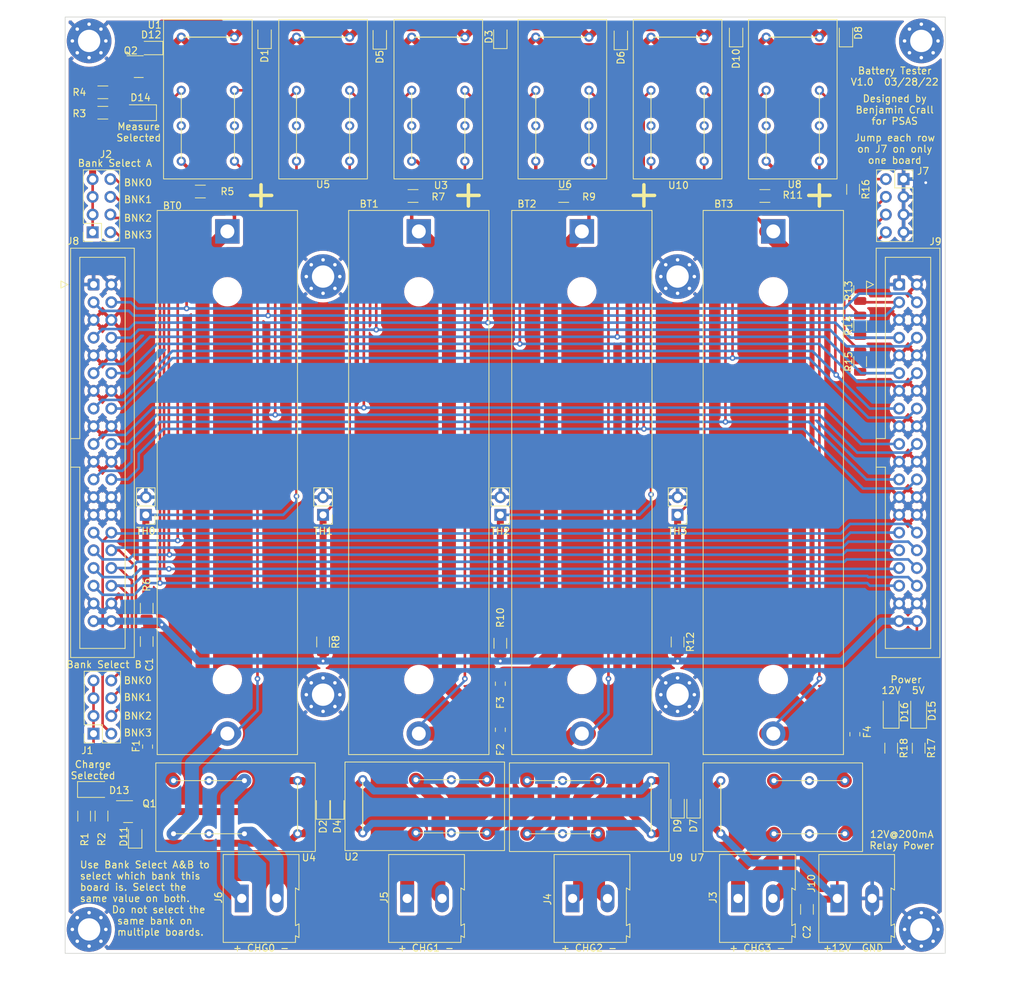
<source format=kicad_pcb>
(kicad_pcb (version 20211014) (generator pcbnew)
  (title_block (title "Battery Test Board") (rev "1.0") (company "Portaland State Aerospace Society") (comment 1 "For testing batteries for satelites"))
  (layers (0 "F.Cu" signal) (31 "B.Cu" signal) (34 "B.Paste" user) (35 "F.Paste" user) (36 "B.SilkS" user "B.Silkscreen") (37 "F.SilkS" user "F.Silkscreen") (38 "B.Mask" user) (39 "F.Mask" user) (44 "Edge.Cuts" user))
  (net 0 "")
  (net 1 "Net-(BT0-Pad1)")
  (net 2 "Net-(BT0-Pad2)")
  (net 3 "Net-(BT1-Pad1)")
  (net 4 "Net-(BT1-Pad2)")
  (net 5 "Net-(BT2-Pad1)")
  (net 6 "Net-(BT2-Pad2)")
  (net 7 "Net-(BT3-Pad1)")
  (net 8 "Net-(BT3-Pad2)")
  (net 9 "+5V")
  (net 10 "GND")
  (net 11 "Net-(D13-Pad1)")
  (net 12 "Net-(D13-Pad2)")
  (net 13 "Net-(F1-Pad2)")
  (net 14 "Net-(F2-Pad2)")
  (net 15 "Net-(F3-Pad2)")
  (net 16 "Net-(F4-Pad2)")
  (net 17 "bank_0c")
  (net 18 "bank_1c")
  (net 19 "bank_2c")
  (net 20 "bank_3c")
  (net 21 "bank_0m")
  (net 22 "bank_1m")
  (net 23 "bank_2m")
  (net 24 "bank_3m")
  (net 25 "charge_3+")
  (net 26 "charge_3-")
  (net 27 "charge_2+")
  (net 28 "charge_2-")
  (net 29 "charge_1+")
  (net 30 "charge_1-")
  (net 31 "charge_0+")
  (net 32 "charge_0-")
  (net 33 "batt_0+")
  (net 34 "batt_1+")
  (net 35 "batt_2+")
  (net 36 "batt_3+")
  (net 37 "batt_0t")
  (net 38 "batt_2t")
  (net 39 "batt_3t")
  (net 40 "batt_1t")
  (net 41 "batt_3-")
  (net 42 "batt_2-")
  (net 43 "batt_1-")
  (net 44 "batt_0-")
  (net 45 "relay_c")
  (net 46 "relay_v")
  (net 47 "Net-(R5-Pad2)")
  (net 48 "Net-(R7-Pad2)")
  (net 49 "Net-(R9-Pad2)")
  (net 50 "Net-(R11-Pad2)")
  (net 51 "Net-(R8-Pad1)")
  (net 52 "Net-(R3-Pad2)")
  (net 53 "Net-(J2-Pad1)")
  (net 54 "Net-(R6-Pad2)")
  (net 55 "Net-(R10-Pad2)")
  (net 56 "Net-(R12-Pad1)")
  (net 57 "+12V")
  (net 78 "Net-(J7-Pad4)")
  (net 79 "Net-(J7-Pad6)")
  (net 80 "Net-(J7-Pad8)")
  (net 81 "Net-(J7-Pad2)")
  (net 82 "Net-(D15-Pad1)")
  (net 83 "Net-(D16-Pad1)")
  (footprint "Resistor_SMD:R_1206_3216Metric" (layer "F.Cu") (at 30.5308 140.3497 90)
    (fp_text reference "R1")
    (fp_text value "4k7")
  )
  (footprint "relay:relay-dpdt-.3in" (layer "F.Cu") (at 65.373 137.668 90)
    (fp_text reference "U4")
    (fp_text value "relay")
  )
  (footprint "Resistor_SMD:R_1206_3216Metric" (layer "F.Cu") (at 141.732 65.024 90)
    (fp_text reference "R13")
    (fp_text value "1M")
  )
  (footprint "MountingHole:MountingHole_3.2mm_M3_Pad_Via" (layer "F.Cu") (at 150.495 29.21)
    (fp_text reference "H2" hide)
    (fp_text value "MountingHole_3.2mm_M3_Pad_Via")
  )
  (footprint "Package_TO_SOT_SMD:SOT-23" (layer "F.Cu") (at 36.83 139.7)
    (fp_text reference "Q1")
    (fp_text value "mosfet")
  )
  (footprint "TerminalBlock:TerminalBlock_Altech_AK300-2_P5.00mm" (layer "F.Cu") (at 100.528332 152.146)
    (fp_text reference "J4")
    (fp_text value "Screw_Terminal_01x02")
  )
  (footprint "Fuse:Fuse_0805_2012Metric" (layer "F.Cu") (at 140.97 128.6025 -90)
    (fp_text reference "F4")
    (fp_text value "Polyfuse 2A")
  )
  (footprint "LED_SMD:LED_1206_3216Metric" (layer "F.Cu") (at 38.605 39.497 180)
    (fp_text reference "D14")
    (fp_text value "Amber")
  )
  (footprint "Connector_PinHeader_2.54mm:PinHeader_1x02_P2.54mm_Vertical" (layer "F.Cu") (at 39.37 97.155 180)
    (fp_text reference "TH0")
    (fp_text value "Thermistor")
  )
  (footprint "relay:relay-dpdt-.3in" (layer "F.Cu") (at 116.872 140.335 -90)
    (fp_text reference "U7")
    (fp_text value "relay")
  )
  (footprint "Battery:BatteryHolder_MPD_BH-18650-PC2" (layer "F.Cu") (at 78.486 56.515 -90)
    (fp_text reference "BT1")
    (fp_text value "battery")
  )
  (footprint "Connector_IDC:IDC-Header_2x20_P2.54mm_Vertical" (layer "F.Cu") (at 31.8865 64.135)
    (fp_text reference "J8")
    (fp_text value "connector")
  )
  (footprint "relay:relay-dpdt-.3in" (layer "F.Cu") (at 116.681 137.795 90)
    (fp_text reference "U9")
    (fp_text value "relay")
  )
  (footprint "MountingHole:MountingHole_3.2mm_M3_Pad_Via" (layer "F.Cu") (at 31.242 156.591)
    (fp_text reference "H7" hide)
    (fp_text value "MountingHole_3.2mm_M3_Pad_Via")
  )
  (footprint "Resistor_SMD:R_1206_3216Metric" (layer "F.Cu") (at 33.2085 39.497)
    (fp_text reference "R3")
    (fp_text value "4k7")
  )
  (footprint "Resistor_SMD:R_1206_3216Metric" (layer "F.Cu") (at 141.732 70.0425 90)
    (fp_text reference "R14")
    (fp_text value "1M")
  )
  (footprint "Resistor_SMD:R_1206_3216Metric" (layer "F.Cu") (at 90.17 115.57 90)
    (fp_text reference "R10")
    (fp_text value "R")
  )
  (footprint "Diode_SMD:D_0805_2012Metric" (layer "F.Cu") (at 72.898 28.702 90)
    (fp_text reference "D5")
    (fp_text value "diode")
  )
  (footprint "Resistor_SMD:R_1206_3216Metric" (layer "F.Cu") (at 33.02 140.335 -90)
    (fp_text reference "R2")
    (fp_text value "10K")
  )
  (footprint "relay:relay-dpdt-.3in" (layer "F.Cu") (at 66.04 23.59)
    (fp_text reference "U5")
    (fp_text value "relay")
  )
  (footprint "Diode_SMD:D_0805_2012Metric" (layer "F.Cu") (at 115.57 138.938 90)
    (fp_text reference "D9")
    (fp_text value "diode")
  )
  (footprint "Connector_PinSocket_2.54mm:PinSocket_2x04_P2.54mm_Vertical" (layer "F.Cu") (at 147.955 49.022)
    (fp_text reference "J7")
    (fp_text value "Conn_02x04_Odd_Even")
  )
  (footprint "Fuse:Fuse_0805_2012Metric" (layer "F.Cu") (at 90.17 121.3635 -90)
    (fp_text reference "F3")
    (fp_text value "Polyfuse 2A")
  )
  (footprint "Resistor_SMD:R_1206_3216Metric" (layer "F.Cu") (at 47.1825 50.8 180)
    (fp_text reference "R5")
    (fp_text value "470")
  )
  (footprint "Resistor_SMD:R_1206_3216Metric" (layer "F.Cu") (at 39.497 110.5515 90)
    (fp_text reference "R6")
    (fp_text value "R")
  )
  (footprint "LED_SMD:LED_1206_3216Metric" (layer "F.Cu") (at 31.874 136.525)
    (fp_text reference "D13")
    (fp_text value "Amber")
  )
  (footprint "relay:relay-dpdt-.3in" (layer "F.Cu") (at 66.199 140.335 -90)
    (fp_text reference "U2")
    (fp_text value "relay")
  )
  (footprint "MountingHole:MountingHole_3.2mm_M3_Pad_Via" (layer "F.Cu") (at 150.495 156.591)
    (fp_text reference "H8" hide)
    (fp_text value "MountingHole_3.2mm_M3_Pad_Via")
  )
  (footprint "MountingHole:MountingHole_3.2mm_M3_Pad_Via" (layer "F.Cu") (at 115.57 122.936)
    (fp_text reference "H6" hide)
    (fp_text value "MountingHole_3.2mm_M3_Pad_Via")
  )
  (footprint "Battery:BatteryHolder_MPD_BH-18650-PC2" (layer "F.Cu") (at 51.054 56.515 -90)
    (fp_text reference "BT0")
    (fp_text value "battery")
  )
  (footprint "Connector_PinHeader_2.54mm:PinHeader_1x02_P2.54mm_Vertical" (layer "F.Cu") (at 90.17 97.155 180)
    (fp_text reference "TH2")
    (fp_text value "Thermistor")
  )
  (footprint "Connector_PinSocket_2.54mm:PinSocket_2x04_P2.54mm_Vertical" (layer "F.Cu") (at 31.75 56.642 180)
    (fp_text reference "J2")
    (fp_text value "Conn_02x04_Odd_Even")
  )
  (footprint "Resistor_SMD:R_1206_3216Metric" (layer "F.Cu") (at 128.0775 51.435)
    (fp_text reference "R11")
    (fp_text value "470")
  )
  (footprint "Resistor_SMD:R_1206_3216Metric" (layer "F.Cu") (at 141.732 75.184 90)
    (fp_text reference "R15")
    (fp_text value "1M")
  )
  (footprint "TerminalBlock:TerminalBlock_Altech_AK300-2_P5.00mm" (layer "F.Cu") (at 53.115 152.146)
    (fp_text reference "J6")
    (fp_text value "Screw_Terminal_01x02")
  )
  (footprint "Diode_SMD:D_0805_2012Metric" (layer "F.Cu") (at 107.442 28.7805 90)
    (fp_text reference "D6")
    (fp_text value "diode")
  )
  (footprint "Capacitor_SMD:C_1206_3216Metric" (layer "F.Cu") (at 39.497 115.316 -90)
    (fp_text reference "C1")
    (fp_text value "10u")
  )
  (footprint "Resistor_SMD:R_1206_3216Metric" (layer "F.Cu") (at 99.2525 51.435 180)
    (fp_text reference "R9")
    (fp_text value "470")
  )
  (footprint "Package_TO_SOT_SMD:SOT-23" (layer "F.Cu") (at 38.354 32.893)
    (fp_text reference "Q2")
    (fp_text value "mosfet")
  )
  (footprint "MountingHole:MountingHole_3.2mm_M3_Pad_Via" (layer "F.Cu") (at 64.77 122.936)
    (fp_text reference "H5" hide)
    (fp_text value "MountingHole_3.2mm_M3_Pad_Via")
  )
  (footprint "Fuse:Fuse_0805_2012Metric" (layer "F.Cu") (at 90.17 127.9675 -90)
    (fp_text reference "F2")
    (fp_text value "Polyfuse 2A")
  )
  (footprint "relay:relay-dpdt-.3in" (layer "F.Cu") (at 133.35 23.59)
    (fp_text reference "U8")
    (fp_text value "relay")
  )
  (footprint "Connector_IDC:IDC-Header_2x20_P2.54mm_Vertical" (layer "F.Cu") (at 147.32 64.135)
    (fp_text reference "J9")
    (fp_text value "connector")
  )
  (footprint "Diode_SMD:D_0805_2012Metric" (layer "F.Cu") (at 117.856 138.938 90)
    (fp_text reference "D7")
    (fp_text value "diode")
  )
  (footprint "Diode_SMD:D_0805_2012Metric" (layer "F.Cu") (at 56.388 28.6235 90)
    (fp_text reference "D1")
    (fp_text value "diode")
  )
  (footprint "LED_SMD:LED_1206_3216Metric" (layer "F.Cu") (at 150.114 125.4643 90)
    (fp_text reference "D15")
    (fp_text value "Green")
  )
  (footprint "MountingHole:MountingHole_3.2mm_M3_Pad_Via" (layer "F.Cu") (at 64.77 62.992)
    (fp_text reference "H3" hide)
    (fp_text value "MountingHole_3.2mm_M3_Pad_Via")
  )
  (footprint "Battery:BatteryHolder_MPD_BH-18650-PC2" (layer "F.Cu") (at 101.854 56.515 -90)
    (fp_text reference "BT2")
    (fp_text value "battery")
  )
  (footprint "Resistor_SMD:R_1206_3216Metric" (layer "F.Cu") (at 146.177 130.6068 -90)
    (fp_text reference "R18")
    (fp_text value "10k")
  )
  (footprint "Resistor_SMD:R_1206_3216Metric" (layer "F.Cu") (at 77.6625 51.435)
    (fp_text reference "R7")
    (fp_text value "470")
  )
  (footprint "Diode_SMD:D_0805_2012Metric" (layer "F.Cu") (at 123.952 28.3695 90)
    (fp_text reference "D10")
    (fp_text value "diode")
  )
  (footprint "relay:relay-dpdt-.3in" (layer "F.Cu") (at 49.53 23.59)
    (fp_text reference "U1")
    (fp_text value "relay")
  )
  (footprint "TerminalBlock:TerminalBlock_Altech_AK300-2_P5.00mm" (layer "F.Cu") (at 138.459 152.146)
    (fp_text reference "J10")
    (fp_text value "Screw_Terminal_01x02")
  )
  (footprint "LED_SMD:LED_1206_3216Metric" (layer "F.Cu") (at 146.177 125.4643 90)
    (fp_text reference "D16")
    (fp_text value "Green")
  )
  (footprint "TerminalBlock:TerminalBlock_Altech_AK300-2_P5.00mm" (layer "F.Cu") (at 76.821666 152.146)
    (fp_text reference "J5")
    (fp_text value "Screw_Terminal_01x02")
  )
  (footprint "Fuse:Fuse_0805_2012Metric" (layer "F.Cu") (at 39.624 130.3805 -90)
    (fp_text reference "F1")
    (fp_text value "Polyfuse 2A")
  )
  (footprint "Resistor_SMD:R_1206_3216Metric" (layer "F.Cu") (at 115.57 115.3775 -90)
    (fp_text reference "R12")
    (fp_text value "R")
  )
  (footprint "Resistor_SMD:R_1206_3216Metric" (layer "F.Cu") (at 150.114 130.6068 -90)
    (fp_text reference "R17")
    (fp_text value "4k7")
  )
  (footprint "Connector_PinHeader_2.54mm:PinHeader_1x02_P2.54mm_Vertical" (layer "F.Cu") (at 115.57 97.155 180)
    (fp_text reference "TH3")
    (fp_text value "Thermistor")
  )
  (footprint "Connector_PinHeader_2.54mm:PinHeader_1x02_P2.54mm_Vertical" (layer "F.Cu") (at 64.77 97.155 180)
    (fp_text reference "TH1")
    (fp_text value "Thermistor")
  )
  (footprint "Diode_SMD:D_0805_2012Metric" (layer "F.Cu") (at 90.17 28.6235 90)
    (fp_text reference "D3")
    (fp_text value "diode")
  )
  (footprint "Connector_PinSocket_2.54mm:PinSocket_2x04_P2.54mm_Vertical" (layer "F.Cu") (at 31.877 128.524 180)
    (fp_text reference "J1")
    (fp_text value "Conn_02x04_Odd_Even")
  )
  (footprint "Battery:BatteryHolder_MPD_BH-18650-PC2" (layer "F.Cu") (at 129.286 56.515 -90)
    (fp_text reference "BT3")
    (fp_text value "battery")
  )
  (footprint "Resistor_SMD:R_1206_3216Metric" (layer "F.Cu") (at 64.77 115.3775 -90)
    (fp_text reference "R8")
    (fp_text value "R")
  )
  (footprint "TerminalBlock:TerminalBlock_Altech_AK300-2_P5.00mm" (layer "F.Cu") (at 124.235 152.146)
    (fp_text reference "J3")
    (fp_text value "Screw_Terminal_01x02")
  )
  (footprint "relay:relay-dpdt-.3in" (layer "F.Cu") (at 116.84 23.59)
    (fp_text reference "U10")
    (fp_text value "relay")
  )
  (footprint "MountingHole:MountingHole_3.2mm_M3_Pad_Via" (layer "F.Cu") (at 115.57 62.992)
    (fp_text reference "H4" hide)
    (fp_text value "MountingHole_3.2mm_M3_Pad_Via")
  )
  (footprint "MountingHole:MountingHole_3.2mm_M3_Pad_Via" (layer "F.Cu") (at 31.242 29.21)
    (fp_text reference "H1" hide)
    (fp_text value "MountingHole_3.2mm_M3_Pad_Via")
  )
  (footprint "Diode_SMD:D_0805_2012Metric" (layer "F.Cu") (at 64.77 139.1135 90)
    (fp_text reference "D2")
    (fp_text value "diode")
  )
  (footprint "Resistor_SMD:R_1206_3216Metric" (layer "F.Cu") (at 33.2125 36.576)
    (fp_text reference "R4")
    (fp_text value "10K")
  )
  (footprint "Resistor_SMD:R_1206_3216Metric" (layer "F.Cu") (at 140.716 50.4845 -90)
    (fp_text reference "R16")
    (fp_text value "1M")
  )
  (footprint "Diode_SMD:D_0805_2012Metric" (layer "F.Cu") (at 37.846 143.256 90)
    (fp_text reference "D11")
    (fp_text value "diode")
  )
  (footprint "Diode_SMD:D_0805_2012Metric" (layer "F.Cu") (at 40.132 30.226 180)
    (fp_text reference "D12")
    (fp_text value "diode")
  )
  (footprint "Diode_SMD:D_0805_2012Metric" (layer "F.Cu") (at 66.802 139.1135 90)
    (fp_text reference "D4")
    (fp_text value "diode")
  )
  (footprint "Capacitor_SMD:C_1206_3216Metric" (layer "F.Cu") (at 134.112 153.719 -90)
    (fp_text reference "C2")
    (fp_text value "10u")
  )
  (footprint "relay:relay-dpdt-.3in" (layer "F.Cu") (at 100.33 23.59)
    (fp_text reference "U6")
    (fp_text value "relay")
  )
  (footprint "relay:relay-dpdt-.3in" (layer "F.Cu") (at 82.55 23.59)
    (fp_text reference "U3")
    (fp_text value "relay")
  )
  (footprint "Diode_SMD:D_0805_2012Metric" (layer "F.Cu") (at 139.7 28.3695 90)
    (fp_text reference "D8")
    (fp_text value "diode")
  )
  (gr_rect (start 153.924 160.02) (end 27.813 25.781) (layer "Edge.Cuts") (width 0.1) (fill none))
  (gr_text "Battery Tester\nV1.0  03/28/22" (at 146.685 34.29) (layer "F.SilkS") (effects (font (size 1 1))))
  (gr_text "+ CHG2 -" (at 102.87 159.258) (layer "F.SilkS") (effects (font (size 1 1))))
  (gr_text "+" (at 135.89 51.054) (layer "F.SilkS") (effects (font (size 4 4) (thickness 0.5))))
  (gr_text "Bank Select B" (at 33.401 118.618) (layer "F.SilkS") (effects (font (size 1 1))))
  (gr_text "BNK1" (at 38.227 123.317) (layer "F.SilkS") (effects (font (size 1 1))))
  (gr_text "BNK2" (at 38.247 54.61) (layer "F.SilkS") (effects (font (size 1 1))))
  (gr_text "+" (at 110.744 51.054) (layer "F.SilkS") (effects (font (size 4 4) (thickness 0.5))))
  (gr_text "Bank Select A" (at 34.945 46.736) (layer "F.SilkS") (effects (font (size 1 1))))
  (gr_text "Measure\nSelected" (at 38.354 42.291) (layer "F.SilkS") (effects (font (size 1 1))))
  (gr_text "12V@200mA\nRelay Power" (at 147.701 143.764) (layer "F.SilkS") (effects (font (size 1 1))))
  (gr_text "+ CHG0 -" (at 55.88 159.258) (layer "F.SilkS") (effects (font (size 1 1))))
  (gr_text "BNK0" (at 38.247 49.53) (layer "F.SilkS") (effects (font (size 1 1))))
  (gr_text "5V" (at 150.0632 122.3264) (layer "F.SilkS") (effects (font (size 1 1))))
  (gr_text "BNK0" (at 38.227 120.904) (layer "F.SilkS") (effects (font (size 1 1))))
  (gr_text "Charge\nSelected" (at 31.8008 133.731) (layer "F.SilkS") (effects (font (size 1 1))))
  (gr_text "+12V" (at 138.43 159.258) (layer "F.SilkS") (effects (font (size 1 1))))
  (gr_text "GND" (at 143.51 159.258) (layer "F.SilkS") (effects (font (size 1 1))))
  (gr_text "+ CHG1 -" (at 79.502 159.258) (layer "F.SilkS") (effects (font (size 1 1))))
  (gr_text "+" (at 85.598 51.054) (layer "F.SilkS") (effects (font (size 4 4) (thickness 0.5))))
  (gr_text "12V" (at 146.177 122.3264) (layer "F.SilkS") (effects (font (size 1 1))))
  (gr_text "BNK3" (at 38.247 57.023) (layer "F.SilkS") (effects (font (size 1 1))))
  (gr_text "Jump each row\non J7 on only\none board" (at 146.685 44.704) (layer "F.SilkS") (effects (font (size 1 1))))
  (gr_text "Power" (at 148.3106 120.777) (layer "F.SilkS") (effects (font (size 1 1))))
  (gr_text "+ CHG3 -" (at 127 159.258) (layer "F.SilkS") (effects (font (size 1 1))))
  (gr_text "Use Bank Select A&B to\nselect which bank this\nboard is. Select the\nsame value on both.\n      Do not select the\n       same bank on\n       multiple boards." (at 29.845 152.146) (layer "F.SilkS") (effects (font (size 1 1)) (justify left)))
  (gr_text "BNK1" (at 38.247 51.943) (layer "F.SilkS") (effects (font (size 1 1))))
  (gr_text "BNK2" (at 38.227 125.984) (layer "F.SilkS") (effects (font (size 1 1))))
  (gr_text "Designed by\nBenjamin Crall\nfor PSAS" (at 146.685 39.0945) (layer "F.SilkS") (effects (font (size 1 1))))
  (gr_text "BNK3" (at 38.227 128.397) (layer "F.SilkS") (effects (font (size 1 1))))
  (gr_text "+" (at 55.88 51.054) (layer "F.SilkS") (effects (font (size 4 4) (thickness 0.5))))
  (segment (start 52.07 54.225) (end 52.07 56.515) (width 0.5) (layer "F.Cu") (net 1))
  (segment (start 47.6885 125.0315) (end 43.79902 128.92098) (width 2) (layer "F.Cu") (net 1))
  (segment (start 47.498 60.071) (end 47.498 124.841) (width 2) (layer "F.Cu") (net 1))
  (segment (start 43.79902 128.92098) (end 39.624 128.92098) (width 2) (layer "F.Cu") (net 1))
  (segment (start 47.498 124.841) (end 47.6885 125.0315) (width 2) (layer "F.Cu") (net 1))
  (segment (start 48.645 50.8) (end 52.07 54.225) (width 0.5) (layer "F.Cu") (net 1))
  (segment (start 51.054 56.515) (end 47.498 60.071) (width 2) (layer "F.Cu") (net 1))
  (segment (start 55.372 49.752) (end 55.372 120.904) (width 0.375) (layer "F.Cu") (net 2))
  (segment (start 52.07 46.45) (end 55.372 49.752) (width 0.375) (layer "F.Cu") (net 2))
  (via (at 55.372 120.65) (size 0.8) (drill 0.4) (layers "F.Cu" "B.Cu") (net 2))
  (segment (start 43.339 142.875) (end 45.974 140.24) (width 2) (layer "B.Cu") (net 2))
  (segment (start 45.974 140.24) (end 45.974 132.842) (width 2) (layer "B.Cu") (net 2))
  (segment (start 52.07 128.515) (end 55.372 125.213) (width 0.375) (layer "B.Cu") (net 2))
  (segment (start 50.301 128.515) (end 52.07 128.515) (width 2) (layer "B.Cu") (net 2))
  (segment (start 55.372 125.213) (end 55.372 120.65) (width 0.375) (layer "B.Cu") (net 2))
  (segment (start 45.974 132.842) (end 50.301 128.515) (width 2) (layer "B.Cu") (net 2))
  (segment (start 43.1 143.05) (end 43.275 142.875) (width 1) (layer "B.Cu") (net 2))
  (segment (start 87.77298 126.76198) (end 82.804 121.793) (width 2) (layer "F.Cu") (net 3))
  (segment (start 90.17 126.76198) (end 87.77298 126.76198) (width 2) (layer "F.Cu") (net 3))
  (segment (start 82.804 60.833) (end 78.486 56.515) (width 2) (layer "F.Cu") (net 3))
  (segment (start 77.47 52.705) (end 77.47 56.515) (width 0.5) (layer "F.Cu") (net 3))
  (segment (start 82.804 121.793) (end 82.804 60.833) (width 2) (layer "F.Cu") (net 3))
  (segment (start 76.2 51.435) (end 77.47 52.705) (width 0.5) (layer "F.Cu") (net 3))
  (segment (start 78.486 128.515) (end 81.62 128.515) (width 2) (layer "F.Cu") (net 4))
  (segment (start 85.09 46.45) (end 85.09 120.65) (width 0.375) (layer "F.Cu") (net 4))
  (segment (start 81.62 128.515) (end 88.233 135.128) (width 2) (layer "F.Cu") (net 4))
  (via (at 85.09 120.65) (size 0.8) (drill 0.4) (layers "F.Cu" "B.Cu") (net 4))
  (segment (start 85.09 120.895) (end 85.09 120.65) (width 0.375) (layer "B.Cu") (net 4))
  (segment (start 77.47 128.515) (end 85.09 120.895) (width 0.375) (layer "B.Cu") (net 4))
  (segment (start 97.409 117.236958) (end 94.741978 119.90398) (width 2) (layer "F.Cu") (net 5))
  (segment (start 97.409 60.96) (end 97.409 117.236958) (width 2) (layer "F.Cu") (net 5))
  (segment (start 102.87 53.59) (end 102.87 56.515) (width 0.5) (layer "F.Cu") (net 5))
  (segment (start 94.741978 119.90398) (end 90.69202 119.90398) (width 2) (layer "F.Cu") (net 5))
  (segment (start 100.715 51.435) (end 102.87 53.59) (width 0.5) (layer "F.Cu") (net 5))
  (segment (start 101.854 56.515) (end 97.409 60.96) (width 2) (layer "F.Cu") (net 5))
  (segment (start 96.52 140.367) (end 96.52 132.715) (width 2) (layer "F.Cu") (net 6))
  (segment (start 100.72 128.515) (end 102.87 128.515) (width 2) (layer "F.Cu") (net 6))
  (segment (start 105.664 49.276) (end 105.664 120.65) (width 0.375) (layer "F.Cu") (net 6))
  (segment (start 94.012 142.875) (end 96.52 140.367) (width 2) (layer "F.Cu") (net 6))
  (segment (start 105.007011 48.619011) (end 105.664 49.276) (width 0.375) (layer "F.Cu") (net 6))
  (segment (start 96.52 132.715) (end 100.72 128.515) (width 2) (layer "F.Cu") (net 6))
  (segment (start 102.87 46.45) (end 105.007011 48.587011) (width 0.375) (layer "F.Cu") (net 6))
  (segment (start 105.007011 48.587011) (end 105.007011 48.619011) (width 0.375) (layer "F.Cu") (net 6))
  (via (at 105.664 120.65) (size 0.8) (drill 0.4) (layers "F.Cu" "B.Cu") (net 6))
  (segment (start 102.87 128.515) (end 105.664 125.721) (width 0.375) (layer "B.Cu") (net 6))
  (segment (start 105.664 125.721) (end 105.664 120.65) (width 0.375) (layer "B.Cu") (net 6))
  (segment (start 128.27 55.88) (end 128.27 56.515) (width 0.5) (layer "F.Cu") (net 7))
  (segment (start 128.27 56.515) (end 132.969 61.214) (width 2) (layer "F.Cu") (net 7))
  (segment (start 126.615 51.435) (end 126.615 54.225) (width 0.5) (layer "F.Cu") (net 7))
  (segment (start 140.97 127.127) (end 140.97 127.14298) (width 2) (layer "F.Cu") (net 7))
  (segment (start 126.615 54.225) (end 128.27 55.88) (width 0.5) (layer "F.Cu") (net 7))
  (segment (start 132.969 121.158) (end 138.938 127.127) (width 2) (layer "F.Cu") (net 7))
  (segment (start 138.938 127.127) (end 140.97 127.127) (width 2) (layer "F.Cu") (net 7))
  (segment (start 132.969 61.214) (end 132.969 121.158) (width 2) (layer "F.Cu") (net 7))
  (segment (start 132.801 128.515) (end 139.541 135.255) (width 2) (layer "F.Cu") (net 8))
  (segment (start 135.89 120.623458) (end 135.903271 120.636729) (width 0.375) (layer "F.Cu") (net 8))
  (segment (start 135.89 46.45) (end 135.89 120.623458) (width 0.375) (layer "F.Cu") (net 8))
  (segment (start 128.27 128.515) (end 132.801 128.515) (width 2) (layer "F.Cu") (net 8))
  (via (at 135.903271 120.636729) (size 0.8) (drill 0.4) (layers "F.Cu" "B.Cu") (net 8))
  (segment (start 128.27 128.515) (end 135.903271 120.881729) (width 0.375) (layer "B.Cu") (net 8))
  (segment (start 135.903271 120.881729) (end 135.903271 120.636729) (width 0.375) (layer "B.Cu") (net 8))
  (segment (start 64.77 118.11) (end 64.77 116.84) (width 1) (layer "F.Cu") (net 9))
  (segment (start 90.17 117.0325) (end 90.17 118.11) (width 1) (layer "F.Cu") (net 9))
  (segment (start 149.86 112.395) (end 149.86 123.8103) (width 0.375) (layer "F.Cu") (net 9))
  (segment (start 115.57 118.11) (end 115.57 116.84) (width 1) (layer "F.Cu") (net 9))
  (segment (start 149.86 123.8103) (end 150.114 124.0643) (width 0.375) (layer "F.Cu") (net 9))
  (segment (start 39.497 112.014) (end 39.497 112.903) (width 1) (layer "F.Cu") (net 9))
  (segment (start 39.497 112.903) (end 39.497 113.841) (width 1) (layer "F.Cu") (net 9))
  (segment (start 39.497 112.903) (end 41.656 112.903) (width 1) (layer "F.Cu") (net 9))
  (via (at 90.17 118.11) (size 0.8) (drill 0.4) (layers "F.Cu" "B.Cu") (net 9))
  (via (at 41.656 112.903) (size 0.8) (drill 0.4) (layers "F.Cu" "B.Cu") (net 9))
  (via (at 115.57 118.11) (size 0.8) (drill 0.4) (layers "F.Cu" "B.Cu") (net 9))
  (via (at 64.77 118.11) (size 0.8) (drill 0.4) (layers "F.Cu" "B.Cu") (net 9))
  (segment (start 115.57 118.11) (end 139.065 118.11) (width 1) (layer "B.Cu") (net 9))
  (segment (start 41.656 112.903) (end 41.148 112.395) (width 1) (layer "B.Cu") (net 9))
  (segment (start 139.065 118.11) (end 144.78 112.395) (width 1) (layer "B.Cu") (net 9))
  (segment (start 147.32 112.395) (end 149.10598 112.395) (width 1) (layer "B.Cu") (net 9))
  (segment (start 46.863 118.11) (end 64.77 118.11) (width 1) (layer "B.Cu") (net 9))
  (segment (start 41.148 112.395) (end 31.8865 112.395) (width 1) (layer "B.Cu") (net 9))
  (segment (start 144.78 112.395) (end 147.32 112.395) (width 1) (layer "B.Cu") (net 9))
  (segment (start 41.656 112.903) (end 46.863 118.11) (width 1) (layer "B.Cu") (net 9))
  (segment (start 64.77 118.11) (end 90.17 118.11) (width 1) (layer "B.Cu") (net 9))
  (segment (start 90.17 118.11) (end 115.57 118.11) (width 1) (layer "B.Cu") (net 9))
  (segment (start 147.066 97.409) (end 147.32 97.155) (width 0.375) (layer "F.Cu") (net 10))
  (via (at 151.13 49.53) (size 0.8) (drill 0.4) (layers "F.Cu" "B.Cu") (net 10))
  (segment (start 30.5308 136.5818) (end 30.474 136.525) (width 0.375) (layer "F.Cu") (net 11))
  (segment (start 30.5308 138.8872) (end 30.5308 136.5818) (width 0.375) (layer "F.Cu") (net 11))
  (segment (start 31.877 135.128) (end 33.274 136.525) (width 0.375) (layer "F.Cu") (net 12))
  (segment (start 35.8315 138.811) (end 35.8925 138.75) (width 0.5) (layer "F.Cu") (net 12))
  (segment (start 33.5935 138.811) (end 35.8315 138.811) (width 0.5) (layer "F.Cu") (net 12))
  (segment (start 31.877 128.524) (end 31.877 135.128) (width 0.375) (layer "F.Cu") (net 12))
  (segment (start 31.877 120.904) (end 31.877 128.524) (width 0.375) (layer "F.Cu") (net 12))
  (segment (start 33.274 138.6185) (end 33.02 138.8725) (width 0.375) (layer "F.Cu") (net 12))
  (segment (start 33.274 136.525) (end 33.274 138.6185) (width 0.375) (layer "F.Cu") (net 12))
  (segment (start 43.339 135.255) (end 39.89402 131.81002) (width 2) (layer "F.Cu") (net 13))
  (segment (start 39.89402 131.81002) (end 39.624 131.81002) (width 2) (layer "F.Cu") (net 13))
  (segment (start 88.233 142.748) (end 90.43252 140.54848) (width 2) (layer "F.Cu") (net 14))
  (segment (start 90.43252 140.54848) (end 90.43252 129.65848) (width 2) (layer "F.Cu") (net 14))
  (segment (start 90.17106 129.39702) (end 90.17 129.39702) (width 2) (layer "F.Cu") (net 14))
  (segment (start 90.43252 129.65848) (end 90.17106 129.39702) (width 2) (layer "F.Cu") (net 14))
  (segment (start 94.012 135.255) (end 94.012 126.016) (width 2) (layer "F.Cu") (net 15))
  (segment (start 94.012 126.016) (end 90.805 122.809) (width 2) (layer "F.Cu") (net 15))
  (segment (start 141.46202 130.03202) (end 140.97 130.03202) (width 2) (layer "F.Cu") (net 16))
  (segment (start 141.74052 140.67548) (end 141.74052 130.31052) (width 2) (layer "F.Cu") (net 16))
  (segment (start 141.74052 130.31052) (end 141.46202 130.03202) (width 2) (layer "F.Cu") (net 16))
  (segment (start 141.74052 140.67548) (end 139.541 142.875) (width 2) (layer "F.Cu") (net 16))
  (segment (start 33.189489 100.932011) (end 33.189489 120.382112) (width 0.375) (layer "F.Cu") (net 17))
  (segment (start 33.147 127.254) (end 34.417 128.524) (width 0.375) (layer "F.Cu") (net 17))
  (segment (start 33.179989 127.286989) (end 34.417 128.524) (width 0.375) (layer "F.Cu") (net 17))
  (segment (start 33.179989 120.391612) (end 33.179989 127.286989) (width 0.375) (layer "F.Cu") (net 17))
  (segment (start 34.4265 99.695) (end 33.189489 100.932011) (width 0.375) (layer "F.Cu") (net 17))
  (segment (start 33.189489 120.382112) (end 33.179989 120.391612) (width 0.375) (layer "F.Cu") (net 17))
  (segment (start 149.41848 99.695) (end 149.41848 99.25348) (width 0.375) (layer "B.Cu") (net 17))
  (segment (start 148.622989 98.457989) (end 140.302011 98.457989) (width 0.375) (layer "B.Cu") (net 17))
  (segment (start 140.302011 98.457989) (end 138.938 99.822) (width 0.375) (layer "B.Cu") (net 17))
  (segment (start 138.938 99.822) (end 34.5535 99.822) (width 0.375) (layer "B.Cu") (net 17))
  (segment (start 149.41848 99.25348) (end 148.622989 98.457989) (width 0.375) (layer "B.Cu") (net 17))
  (segment (start 34.5535 99.822) (end 34.4265 99.695) (width 0.375) (layer "B.Cu") (net 17))
  (segment (start 37.946049 122.454951) (end 34.417 125.984) (width 0.375) (layer "F.Cu") (net 18))
  (segment (start 34.4265 102.235) (end 35.56 102.235) (width 0.375) (layer "F.Cu") (net 18))
  (segment (start 35.56 102.235) (end 37.946049 104.621049) (width 0.375) (layer "F.Cu") (net 18))
  (segment (start 37.946049 104.621049) (end 37.946049 122.454951) (width 0.375) (layer "F.Cu") (net 18))
  (segment (start 140.048011 100.997989) (end 139.192 101.854) (width 0.375) (layer "B.Cu") (net 18))
  (segment (start 149.41848 102.235) (end 149.41848 101.79348) (width 0.375) (layer "B.Cu") (net 18))
  (segment (start 149.41848 101.79348) (end 148.622989 100.997989) (width 0.375) (layer "B.Cu") (net 18))
  (segment (start 34.8075 101.854) (end 34.4265 102.235) (width 0.375) (layer "B.Cu") (net 18))
  (segment (start 148.622989 100.997989) (end 140.048011 100.997989) (width 0.375) (layer "B.Cu") (net 18))
  (segment (start 139.192 101.854) (end 34.8075 101.854) (width 0.375) (layer "B.Cu") (net 18))
  (segment (start 37.37153 120.48947) (end 34.417 123.444) (width 0.375) (layer "F.Cu") (net 19))
  (segment (start 35.56 104.775) (end 37.37153 106.58653) (width 0.375) (layer "F.Cu") (net 19))
  (segment (start 37.37153 106.58653) (end 37.37153 120.48947) (width 0.375) (layer "F.Cu") (net 19))
  (segment (start 34.4265 104.775) (end 35.56 104.775) (width 0.375) (layer "F.Cu") (net 19))
  (segment (start 148.622989 103.537989) (end 139.794011 103.537989) (width 0.375) (layer "B.Cu") (net 19))
  (segment (start 149.41848 104.33348) (end 148.622989 103.537989) (width 0.375) (layer "B.Cu") (net 19))
  (segment (start 139.446 103.886) (end 38.1 103.886) (width 0.375) (layer "B.Cu") (net 19))
  (segment (start 37.211 104.775) (end 34.4265 104.775) (width 0.375) (layer "B.Cu") (net 19))
  (segment (start 38.1 103.886) (end 37.211 104.775) (width 0.375) (layer "B.Cu") (net 19))
  (segment (start 149.41848 104.775) (end 149.41848 104.33348) (width 0.375) (layer "B.Cu") (net 19))
  (segment (start 139.794011 103.537989) (end 139.446 103.886) (width 0.375) (layer "B.Cu") (net 19))
  (segment (start 35.56 107.315) (end 36.797011 108.552011) (width 0.375) (layer "F.Cu") (net 20))
  (segment (start 36.797011 118.523989) (end 34.417 120.904) (width 0.375) (layer "F.Cu") (net 20))
  (segment (start 34.4265 107.315) (end 35.56 107.315) (width 0.375) (layer "F.Cu") (net 20))
  (segment (start 36.797011 108.552011) (end 36.797011 118.523989) (width 0.375) (layer "F.Cu") (net 20))
  (segment (start 149.41848 107.315) (end 149.41848 106.87348) (width 0.375) (layer "B.Cu") (net 20))
  (segment (start 142.748 105.918) (end 38.862 105.918) (width 0.375) (layer "B.Cu") (net 20))
  (segment (start 37.465 107.315) (end 34.4265 107.315) (width 0.375) (layer "B.Cu") (net 20))
  (segment (start 38.862 105.918) (end 37.465 107.315) (width 0.375) (layer "B.Cu") (net 20))
  (segment (start 149.41848 106.87348) (end 148.622989 106.077989) (width 0.375) (layer "B.Cu") (net 20))
  (segment (start 142.907989 106.077989) (end 142.748 105.918) (width 0.375) (layer "B.Cu") (net 20))
  (segment (start 148.622989 106.077989) (end 142.907989 106.077989) (width 0.375) (layer "B.Cu") (net 20))
  (segment (start 43.942 57.912) (end 35.052 49.022) (width 0.375) (layer "F.Cu") (net 21))
  (segment (start 43.942 100.838) (end 43.942 57.912) (width 0.375) (layer "F.Cu") (net 21))
  (segment (start 35.052 49.022) (end 34.29 49.022) (width 0.375) (layer "F.Cu") (net 21))
  (via (at 43.942 100.838) (size 0.8) (drill 0.4) (layers "F.Cu" "B.Cu") (net 21))
  (segment (start 139.192 100.838) (end 140.335 99.695) (width 0.375) (layer "B.Cu") (net 21))
  (segment (start 36.227989 100.932011) (end 33.123511 100.932011) (width 0.375) (layer "B.Cu") (net 21))
  (segment (start 33.123511 100.932011) (end 31.8865 99.695) (width 0.375) (layer "B.Cu") (net 21))
  (segment (start 140.335 99.695) (end 147.32 99.695) (width 0.375) (layer "B.Cu") (net 21))
  (segment (start 36.322 100.838) (end 36.227989 100.932011) (width 0.375) (layer "B.Cu") (net 21))
  (segment (start 43.942 100.838) (end 139.192 100.838) (width 0.375) (layer "B.Cu") (net 21))
  (segment (start 43.942 100.838) (end 36.322 100.838) (width 0.375) (layer "B.Cu") (net 21))
  (segment (start 42.672 102.778481) (end 42.672 59.182) (width 0.375) (layer "F.Cu") (net 22))
  (segment (start 42.763519 102.87) (end 42.672 102.778481) (width 0.375) (layer "F.Cu") (net 22))
  (segment (start 42.672 59.182) (end 35.052 51.562) (width 0.375) (layer "F.Cu") (net 22))
  (segment (start 35.052 51.562) (end 34.29 51.562) (width 0.375) (layer "F.Cu") (net 22))
  (via (at 42.763519 102.87) (size 0.8) (drill 0.4) (layers "F.Cu" "B.Cu") (net 22))
  (segment (start 36.924011 103.537989) (end 33.189489 103.537989) (width 0.375) (layer "B.Cu") (net 22))
  (segment (start 42.763519 102.87) (end 139.192 102.87) (width 0.375) (layer "B.Cu") (net 22))
  (segment (start 42.763519 102.87) (end 37.592 102.87) (width 0.375) (layer "B.Cu") (net 22))
  (segment (start 37.592 102.87) (end 36.924011 103.537989) (width 0.375) (layer "B.Cu") (net 22))
  (segment (start 33.189489 103.537989) (end 31.8865 102.235) (width 0.375) (layer "B.Cu") (net 22))
  (segment (start 139.192 102.87) (end 139.827 102.235) (width 0.375) (layer "B.Cu") (net 22))
  (segment (start 139.827 102.235) (end 147.32 102.235) (width 0.375) (layer "B.Cu") (net 22))
  (segment (start 42.164 104.902) (end 42.672 104.902) (width 0.375) (layer "F.Cu") (net 23))
  (segment (start 41.976519 61.026519) (end 41.976519 104.714519) (width 0.375) (layer "F.Cu") (net 23))
  (segment (start 35.54 54.59) (end 34.778 54.59) (width 0.375) (layer "F.Cu") (net 23))
  (segment (start 35.54 54.59) (end 41.976519 61.026519) (width 0.375) (layer "F.Cu") (net 23))
  (segment (start 34.778 54.59) (end 34.29 54.102) (width 0.375) (layer "F.Cu") (net 23))
  (segment (start 41.976519 104.714519) (end 42.164 104.902) (width 0.375) (layer "F.Cu") (net 23))
  (via (at 42.672 104.902) (size 0.8) (drill 0.4) (layers "F.Cu" "B.Cu") (net 23))
  (segment (start 42.672 104.902) (end 147.193 104.902) (width 0.375) (layer "B.Cu") (net 23))
  (segment (start 147.193 104.902) (end 147.32 104.775) (width 0.375) (layer "B.Cu") (net 23))
  (segment (start 37.432011 106.077989) (end 33.189489 106.077989) (width 0.375) (layer "B.Cu") (net 23))
  (segment (start 33.189489 106.077989) (end 31.8865 104.775) (width 0.375) (layer "B.Cu") (net 23))
  (segment (start 38.608 104.902) (end 37.432011 106.077989) (width 0.375) (layer "B.Cu") (net 23))
  (segment (start 42.672 104.902) (end 38.608 104.902) (width 0.375) (layer "B.Cu") (net 23))
  (segment (start 35.052 56.642) (end 34.29 56.642) (width 0.375) (layer "F.Cu") (net 24))
  (segment (start 41.402 62.992) (end 35.052 56.642) (width 0.375) (layer "F.Cu") (net 24))
  (segment (start 41.402 106.934) (end 41.402 62.992) (width 0.375) (layer "F.Cu") (net 24))
  (via (at 41.402 106.934) (size 0.8) (drill 0.4) (layers "F.Cu" "B.Cu") (net 24))
  (segment (start 143.129 107.315) (end 142.748 106.934) (width 0.375) (layer "B.Cu") (net 24))
  (segment (start 33.189489 108.617989) (end 31.8865 107.315) (width 0.375) (layer "B.Cu") (net 24))
  (segment (start 142.748 106.934) (end 39.37 106.934) (width 0.375) (layer "B.Cu") (net 24))
  (segment (start 147.32 107.315) (end 143.129 107.315) (width 0.375) (layer "B.Cu") (net 24))
  (segment (start 37.686011 108.617989) (end 33.189489 108.617989) (width 0.375) (layer "B.Cu") (net 24))
  (segment (start 39.37 106.934) (end 37.686011 108.617989) (width 0.375) (layer "B.Cu") (net 24))
  (segment (start 124.235 152.146) (end 124.235 148.021) (width 2) (layer "F.Cu") (net 25))
  (segment (start 124.235 148.021) (end 129.381 142.875) (width 2) (layer "F.Cu") (net 25))
  (segment (start 129.235 152.146) (end 131.58052 149.80048) (width 2) (layer "F.Cu") (net 26))
  (segment (start 129.29452 151.70548) (end 129.235 151.765) (width 2) (layer "F.Cu") (net 26))
  (segment (start 131.58052 149.80048) (end 131.58052 137.45452) (width 2) (layer "F.Cu") (net 26))
  (segment (start 131.58052 137.45452) (end 129.381 135.255) (width 2) (layer "F.Cu") (net 26))
  (segment (start 101.6 137.827) (end 101.6 151.074332) (width 2) (layer "F.Cu") (net 27))
  (segment (start 104.172 135.255) (end 101.6 137.827) (width 2) (layer "F.Cu") (net 27))
  (segment (start 101.6 151.074332) (end 100.528332 152.146) (width 2) (layer "F.Cu") (net 27))
  (segment (start 104.172 150.789668) (end 105.528332 152.146) (width 2) (layer "F.Cu") (net 28))
  (segment (start 104.172 142.875) (end 104.172 150.789668) (width 2) (layer "F.Cu") (net 28))
  (segment (start 76.821666 143.999334) (end 78.073 142.748) (width 2) (layer "F.Cu") (net 29))
  (segment (start 76.821666 152.146) (end 76.821666 143.999334) (width 2) (layer "F.Cu") (net 29))
  (segment (start 81.821666 152.146) (end 81.298489 151.622823) (width 2) (layer "F.Cu") (net 30))
  (segment (start 81.298489 138.353489) (end 78.073 135.128) (width 2) (layer "F.Cu") (net 30))
  (segment (start 81.298489 151.622823) (end 81.298489 138.353489) (width 2) (layer "F.Cu") (net 30))
  (segment (start 51.054 137.668) (end 51.054 149.704) (width 2) (layer "B.Cu") (net 31))
  (segment (start 51.612489 137.109511) (end 51.054 137.668) (width 2) (layer "B.Cu") (net 31))
  (segment (start 51.054 149.704) (end 53.115 151.765) (width 2) (layer "B.Cu") (net 31))
  (segment (start 51.644489 137.109511) (end 51.612489 137.109511) (width 2) (layer "B.Cu") (net 31))
  (segment (start 53.499 135.255) (end 51.644489 137.109511) (width 2) (layer "B.Cu") (net 31))
  (segment (start 58.115 146.507) (end 58.115 151.765) (width 2) (layer "B.Cu") (net 32))
  (segment (start 54.483 142.875) (end 58.115 146.507) (width 2) (layer "B.Cu") (net 32))
  (segment (start 53.499 142.875) (end 54.483 142.875) (width 2) (layer "B.Cu") (net 32))
  (segment (start 45.212 52.578) (end 42.926 50.292) (width 0.375) (layer "F.Cu") (net 33))
  (segment (start 45.212 67.564) (end 45.212 52.578) (width 0.375) (layer "F.Cu") (net 33))
  (segment (start 42.926 50.292) (end 42.926 37.814) (width 0.375) (layer "F.Cu") (net 33))
  (segment (start 42.926 37.814) (end 44.45 36.29) (width 0.375) (layer "F.Cu") (net 33))
  (via (at 45.212 67.564) (size 0.8) (drill 0.4) (layers "F.Cu" "B.Cu") (net 33))
  (segment (start 46.736 67.564) (end 38.1 67.564) (width 0.375) (layer "B.Cu") (net 33))
  (segment (start 38.1 67.564) (end 37.211 66.675) (width 0.375) (layer "B.Cu") (net 33))
  (segment (start 141.572011 65.437989) (end 148.622989 65.437989) (width 0.375) (layer "B.Cu") (net 33))
  (segment (start 139.446 67.564) (end 141.572011 65.437989) (width 0.375) (layer "B.Cu") (net 33))
  (segment (start 37.211 66.675) (end 34.4265 66.675) (width 0.375) (layer "B.Cu") (net 33))
  (segment (start 46.736 67.564) (end 139.446 67.564) (width 0.375) (layer "B.Cu") (net 33))
  (segment (start 148.622989 65.437989) (end 149.41848 66.23348) (width 0.375) (layer "B.Cu") (net 33))
  (segment (start 149.41848 66.23348) (end 149.41848 66.675) (width 0.375) (layer "B.Cu") (net 33))
  (segment (start 77.47 36.29) (end 72.39 41.37) (width 0.375) (layer "F.Cu") (net 34))
  (segment (start 72.39 41.37) (end 72.39 70.612) (width 0.375) (layer "F.Cu") (net 34))
  (via (at 72.39 70.612) (size 0.8) (drill 0.4) (layers "F.Cu" "B.Cu") (net 34))
  (segment (start 37.211 71.755) (end 34.4265 71.755) (width 0.375) (layer "B.Cu") (net 34))
  (segment (start 148.622989 72.992011) (end 139.794011 72.992011) (width 0.375) (layer "B.Cu") (net 34))
  (segment (start 149.41848 71.755) (end 149.41848 72.19652) (width 0.375) (layer "B.Cu") (net 34))
  (segment (start 149.41848 72.19652) (end 148.622989 72.992011) (width 0.375) (layer "B.Cu") (net 34))
  (segment (start 38.354 70.612) (end 37.211 71.755) (width 0.375) (layer "B.Cu") (net 34))
  (segment (start 139.794011 72.992011) (end 137.414 70.612) (width 0.375) (layer "B.Cu") (net 34))
  (segment (start 137.414 70.612) (end 38.354 70.612) (width 0.375) (layer "B.Cu") (net 34))
  (segment (start 92.964 38.576) (end 92.964 72.644) (width 0.375) (layer "F.Cu") (net 35))
  (segment (start 95.25 36.29) (end 92.964 38.576) (width 0.375) (layer "F.Cu") (net 35))
  (via (at 92.964 72.644) (size 0.8) (drill 0.4) (layers "F.Cu" "B.Cu") (net 35))
  (segment (start 141.318011 78.072011) (end 135.89 72.644) (width 0.375) (layer "B.Cu") (net 35))
  (segment (start 148.622989 78.072011) (end 141.318011 78.072011) (width 0.375) (layer "B.Cu") (net 35))
  (segment (start 135.89 72.644) (end 40.953081 72.644) (width 0.375) (layer "B.Cu") (net 35))
  (segment (start 149.41848 76.835) (end 149.41848 77.27652) (width 0.375) (layer "B.Cu") (net 35))
  (segment (start 149.41848 77.27652) (end 148.622989 78.072011) (width 0.375) (layer "B.Cu") (net 35))
  (segment (start 36.762081 76.835) (end 34.4265 76.835) (width 0.375) (layer "B.Cu") (net 35))
  (segment (start 40.953081 72.644) (end 36.762081 76.835) (width 0.375) (layer "B.Cu") (net 35))
  (segment (start 123.444 41.116) (end 123.444 74.676) (width 0.375) (layer "F.Cu") (net 36))
  (segment (start 128.27 36.29) (end 123.444 41.116) (width 0.375) (layer "F.Cu") (net 36))
  (via (at 123.444 74.676) (size 0.8) (drill 0.4) (layers "F.Cu" "B.Cu") (net 36))
  (segment (start 142.907989 83.217989) (end 134.366 74.676) (width 0.375) (layer "B.Cu") (net 36))
  (segment (start 149.41848 81.915) (end 149.41848 82.35652) (width 0.375) (layer "B.Cu") (net 36))
  (segment (start 134.366 74.676) (end 43.18 74.676) (width 0.375) (layer "B.Cu") (net 36))
  (segment (start 43.18 74.676) (end 35.941 81.915) (width 0.375) (layer "B.Cu") (net 36))
  (segment (start 148.557011 83.217989) (end 142.907989 83.217989) (width 0.375) (layer "B.Cu") (net 36))
  (segment (start 35.941 81.915) (end 34.4265 81.915) (width 0.375) (layer "B.Cu") (net 36))
  (segment (start 149.41848 82.35652) (end 148.557011 83.217989) (width 0.375) (layer "B.Cu") (net 36))
  (segment (start 57.912 39.338) (end 57.912 82.804) (width 0.375) (layer "F.Cu") (net 37))
  (segment (start 60.96 36.29) (end 57.912 39.338) (width 0.375) (layer "F.Cu") (net 37))
  (via (at 57.912 82.804) (size 0.8) (drill 0.4) (layers "F.Cu" "B.Cu") (net 37))
  (segment (start 149.41848 87.43652) (end 148.622989 88.232011) (width 0.375) (layer "B.Cu") (net 37))
  (segment (start 148.622989 88.232011) (end 141.318011 88.232011) (width 0.375) (layer "B.Cu") (net 37))
  (segment (start 141.318011 88.232011) (end 135.89 82.804) (width 0.375) (layer "B.Cu") (net 37))
  (segment (start 149.41848 86.995) (end 149.41848 87.43652) (width 0.375) (layer "B.Cu") (net 37))
  (segment (start 135.89 82.804) (end 40.894 82.804) (width 0.375) (layer "B.Cu") (net 37))
  (segment (start 36.703 86.995) (end 34.4265 86.995) (width 0.375) (layer "B.Cu") (net 37))
  (segment (start 40.894 82.804) (end 36.703 86.995) (width 0.375) (layer "B.Cu") (net 37))
  (segment (start 111.76 36.29) (end 110.717989 37.332011) (width 0.375) (layer "F.Cu") (net 38))
  (segment (start 110.717989 37.332011) (end 110.717989 84.809989) (width 0.375) (layer "F.Cu") (net 38))
  (segment (start 110.717989 84.809989) (end 110.744 84.836) (width 0.375) (layer "F.Cu") (net 38))
  (via (at 110.744 84.836) (size 0.8) (drill 0.4) (layers "F.Cu" "B.Cu") (net 38))
  (segment (start 133.604 84.836) (end 142.141601 93.373601) (width 0.375) (layer "B.Cu") (net 38))
  (segment (start 34.4265 92.075) (end 36.762081 92.075) (width 0.375) (layer "B.Cu") (net 38))
  (segment (start 38.354 88.392) (end 41.91 84.836) (width 0.375) (layer "B.Cu") (net 38))
  (segment (start 148.561399 93.373601) (end 149.41848 92.51652) (width 0.375) (layer "B.Cu") (net 38))
  (segment (start 36.762081 92.075) (end 38.354 90.483081) (width 0.375) (layer "B.Cu") (net 38))
  (segment (start 41.91 84.836) (end 133.604 84.836) (width 0.375) (layer "B.Cu") (net 38))
  (segment (start 149.41848 92.51652) (end 149.41848 92.075) (width 0.375) (layer "B.Cu") (net 38))
  (segment (start 142.141601 93.373601) (end 148.561399 93.373601) (width 0.375) (layer "B.Cu") (net 38))
  (segment (start 38.354 90.483081) (end 38.354 88.392) (width 0.375) (layer "B.Cu") (net 38))
  (segment (start 122.428 39.338) (end 122.428 83.82) (width 0.375) (layer "F.Cu") (net 39))
  (segment (start 119.38 36.29) (end 122.428 39.338) (width 0.375) (layer "F.Cu") (net 39))
  (via (at 122.428 83.82) (size 0.8) (drill 0.4) (layers "F.Cu" "B.Cu") (net 39))
  (segment (start 37.338 87.884) (end 41.402 83.82) (width 0.375) (layer "B.Cu") (net 39))
  (segment (start 37.338 89.506399) (end 37.338 87.884) (width 0.375) (layer "B.Cu") (net 39))
  (segment (start 134.366 83.82) (end 142.621 92.075) (width 0.375) (layer "B.Cu") (net 39))
  (segment (start 36.00641 90.837989) (end 37.338 89.506399) (width 0.375) (layer "B.Cu") (net 39))
  (segment (start 31.8865 92.075) (end 33.123511 90.837989) (width 0.375) (layer "B.Cu") (net 39))
  (segment (start 33.123511 90.837989) (end 36.00641 90.837989) (width 0.375) (layer "B.Cu") (net 39))
  (segment (start 142.621 92.075) (end 147.32 92.075) (width 0.375) (layer "B.Cu") (net 39))
  (segment (start 41.402 83.82) (end 134.366 83.82) (width 0.375) (layer "B.Cu") (net 39))
  (segment (start 70.612 38.322) (end 70.612 81.788) (width 0.375) (layer "F.Cu") (net 40))
  (segment (start 68.58 36.29) (end 70.612 38.322) (width 0.375) (layer "F.Cu") (net 40))
  (via (at 70.612 81.788) (size 0.8) (drill 0.4) (layers "F.Cu" "B.Cu") (net 40))
  (segment (start 33.189489 85.692011) (end 31.8865 86.995) (width 0.375) (layer "B.Cu") (net 40))
  (segment (start 141.859 86.995) (end 136.652 81.788) (width 0.375) (layer "B.Cu") (net 40))
  (segment (start 147.32 86.995) (end 141.859 86.995) (width 0.375) (layer "B.Cu") (net 40))
  (segment (start 40.386 81.788) (end 36.481989 85.692011) (width 0.375) (layer "B.Cu") (net 40))
  (segment (start 36.481989 85.692011) (end 33.189489 85.692011) (width 0.375) (layer "B.Cu") (net 40))
  (segment (start 136.652 81.788) (end 40.386 81.788) (width 0.375) (layer "B.Cu") (net 40))
  (segment (start 138.176 52.07) (end 138.176 76.962) (width 0.375) (layer "F.Cu") (net 41))
  (segment (start 140.716 51.947) (end 138.299 51.947) (width 0.375) (layer "F.Cu") (net 41))
  (segment (start 135.89 36.29) (end 138.176 38.576) (width 0.375) (layer "F.Cu") (net 41))
  (segment (start 138.299 51.947) (end 138.176 52.07) (width 0.375) (layer "F.Cu") (net 41))
  (segment (start 138.176 38.576) (end 138.176 46.482) (width 0.375) (layer "F.Cu") (net 41))
  (segment (start 138.176 46.482) (end 138.176 52.07) (width 0.375) (layer "F.Cu") (net 41))
  (via (at 138.303 77.089) (size 0.8) (drill 0.4) (layers "F.Cu" "B.Cu") (net 41))
  (segment (start 138.303 77.089) (end 143.129 81.915) (width 0.375) (layer "B.Cu") (net 41))
  (segment (start 134.874 73.66) (end 43.18 73.66) (width 0.375) (layer "B.Cu") (net 41))
  (segment (start 33.123511 80.677989) (end 31.8865 81.915) (width 0.375) (layer "B.Cu") (net 41))
  (segment (start 36.162011 80.677989) (end 33.123511 80.677989) (width 0.375) (layer "B.Cu") (net 41))
  (segment (start 138.303 77.089) (end 134.874 73.66) (width 0.375) (layer "B.Cu") (net 41))
  (segment (start 43.18 73.66) (end 36.162011 80.677989) (width 0.375) (layer "B.Cu") (net 41))
  (segment (start 143.129 81.915) (end 147.32 81.915) (width 0.375) (layer "B.Cu") (net 41))
  (segment (start 106.934 40.354) (end 106.934 71.628) (width 0.375) (layer "F.Cu") (net 42))
  (segment (start 102.87 36.29) (end 106.934 40.354) (width 0.375) (layer "F.Cu") (net 42))
  (segment (start 141.9205 76.835) (end 147.32 76.835) (width 0.375) (layer "F.Cu") (net 42))
  (segment (start 141.732 76.6465) (end 141.9205 76.835) (width 0.375) (layer "F.Cu") (net 42))
  (via (at 106.934 71.628) (size 0.8) (drill 0.4) (layers "F.Cu" "B.Cu") (net 42))
  (segment (start 36.072387 75.532011) (end 36.244199 75.360199) (width 0.375) (layer "B.Cu") (net 42))
  (segment (start 31.8865 76.835) (end 33.189489 75.532011) (width 0.375) (layer "B.Cu") (net 42))
  (segment (start 33.189489 75.532011) (end 36.072387 75.532011) (width 0.375) (layer "B.Cu") (net 42))
  (segment (start 136.652 71.628) (end 39.976399 71.628) (width 0.375) (layer "B.Cu") (net 42))
  (segment (start 36.244199 75.360199) (end 36.072388 75.532011) (width 0.375) (layer "B.Cu") (net 42))
  (segment (start 147.32 76.835) (end 141.859 76.835) (width 0.375) (layer "B.Cu") (net 42))
  (segment (start 39.976399 71.628) (end 36.244199 75.360199) (width 0.375) (layer "B.Cu") (net 42))
  (segment (start 141.859 76.835) (end 136.652 71.628) (width 0.375) (layer "B.Cu") (net 42))
  (segment (start 141.982 71.755) (end 147.32 71.755) (width 0.375) (layer "F.Cu") (net 43))
  (segment (start 88.392 39.592) (end 88.392 69.596) (width 0.375) (layer "F.Cu") (net 43))
  (segment (start 141.732 71.505) (end 141.982 71.755) (width 0.375) (layer "F.Cu") (net 43))
  (segment (start 85.09 36.29) (end 88.392 39.592) (width 0.375) (layer "F.Cu") (net 43))
  (via (at 88.392 69.596) (size 0.8) (drill 0.4) (layers "F.Cu" "B.Cu") (net 43))
  (segment (start 37.846 69.596) (end 36.924011 70.517989) (width 0.375) (layer "B.Cu") (net 43))
  (segment (start 138.176 69.596) (end 37.846 69.596) (width 0.375) (layer "B.Cu") (net 43))
  (segment (start 147.32 71.755) (end 140.335 71.755) (width 0.375) (layer "B.Cu") (net 43))
  (segment (start 36.924011 70.517989) (end 33.123511 70.517989) (width 0.375) (layer "B.Cu") (net 43))
  (segment (start 140.335 71.755) (end 138.176 69.596) (width 0.375) (layer "B.Cu") (net 43))
  (segment (start 33.123511 70.517989) (end 31.8865 71.755) (width 0.375) (layer "B.Cu") (net 43))
  (segment (start 141.9205 66.675) (end 147.32 66.675) (width 0.375) (layer "F.Cu") (net 44))
  (segment (start 53.562 36.29) (end 56.896 39.624) (width 0.375) (layer "F.Cu") (net 44))
  (segment (start 56.896 39.624) (end 56.896 68.58) (width 0.375) (layer "F.Cu") (net 44))
  (segment (start 52.07 36.29) (end 53.562 36.29) (width 0.375) (layer "F.Cu") (net 44))
  (segment (start 141.732 66.4865) (end 141.9205 66.675) (width 0.375) (layer "F.Cu") (net 44))
  (via (at 56.896 68.58) (size 0.8) (drill 0.4) (layers "F.Cu" "B.Cu") (net 44))
  (segment (start 37.592 68.58) (end 36.924011 67.912011) (width 0.375) (layer "B.Cu") (net 44))
  (segment (start 36.924011 67.912011) (end 33.123511 67.912011) (width 0.375) (layer "B.Cu") (net 44))
  (segment (start 147.32 66.675) (end 145.415 68.58) (width 0.375) (layer "B.Cu") (net 44))
  (segment (start 145.415 68.58) (end 37.592 68.58) (width 0.375) (layer "B.Cu") (net 44))
  (segment (start 33.123511 67.912011) (end 31.8865 66.675) (width 0.375) (layer "B.Cu") (net 44))
  (segment (start 61.119 135.255) (end 61.849 135.255) (width 1) (layer "F.Cu") (net 45))
  (segment (start 61.849 135.255) (end 64.77 138.176) (width 1) (layer "F.Cu") (net 45))
  (segment (start 111.792 135.255) (end 112.8245 135.255) (width 1) (layer "F.Cu") (net 45))
  (segment (start 58.801 135.255) (end 61.119 135.255) (width 1) (layer "F.Cu") (net 45))
  (segment (start 37.7675 142.24) (end 37.846 142.3185) (width 1) (layer "F.Cu") (net 45))
  (segment (start 119.0155 138.0005) (end 121.761 135.255) (width 1) (layer "F.Cu") (net 45))
  (segment (start 117.856 138.0005) (end 119.0155 138.0005) (width 1) (layer "F.Cu") (net 45))
  (segment (start 61.119 135.255) (end 61.119 135.629) (width 0.5) (layer "F.Cu") (net 45))
  (segment (start 37.7675 139.7) (end 54.356 139.7) (width 1) (layer "F.Cu") (net 45))
  (segment (start 37.7675 139.7) (end 37.7675 142.24) (width 1) (layer "F.Cu") (net 45))
  (segment (start 67.405 138.176) (end 70.453 135.128) (width 1) (layer "F.Cu") (net 45))
  (segment (start 112.8245 135.255) (end 115.57 138.0005) (width 1) (layer "F.Cu") (net 45))
  (segment (start 64.77 138.176) (end 66.802 138.176) (width 1) (layer "F.Cu") (net 45))
  (segment (start 115.57 138.0005) (end 117.856 138.0005) (width 1) (layer "F.Cu") (net 45))
  (segment (start 54.356 139.7) (end 58.801 135.255) (width 1) (layer "F.Cu") (net 45))
  (segment (start 66.802 138.176) (end 67.405 138.176) (width 1) (layer "F.Cu") (net 45))
  (segment (start 111.792 135.255) (end 110.310489 136.736511) (width 1) (layer "B.Cu") (net 45))
  (segment (start 72.061511 136.736511) (end 70.453 135.128) (width 1) (layer "B.Cu") (net 45))
  (segment (start 110.310489 136.736511) (end 72.061511 136.736511) (width 1) (layer "B.Cu") (net 45))
  (segment (start 118.025489 27.315489) (end 119.38 28.67) (width 1) (layer "F.Cu") (net 46))
  (segment (start 85.09 28.67) (end 86.582 27.178) (width 1) (layer "F.Cu") (net 46))
  (segment (start 86.582 27.178) (end 101.378 27.178) (width 1) (layer "F.Cu") (net 46))
  (segment (start 52.07 28.67) (end 53.424511 27.315489) (width 1) (layer "F.Cu") (net 46))
  (segment (start 52.07 28.67) (end 50.07 26.67) (width 1) (layer "F.Cu") (net 46))
  (segment (start 119.38 28.67) (end 121.126 26.924) (width 1) (layer "F.Cu") (net 46))
  (segment (start 121.126 26.924) (end 134.144 26.924) (width 1) (layer "F.Cu") (net 46))
  (segment (start 83.735489 27.315489) (end 85.09 28.67) (width 1) (layer "F.Cu") (net 46))
  (segment (start 41.654015 26.67) (end 39.2915 29.032515) (width 1) (layer "F.Cu") (net 46))
  (segment (start 134.144 26.924) (end 135.89 28.67) (width 1) (layer "F.Cu") (net 46))
  (segment (start 53.424511 27.315489) (end 57.012511 27.315489) (width 1) (layer "F.Cu") (net 46))
  (segment (start 67.225489 27.315489) (end 68.58 28.67) (width 1) (layer "F.Cu") (net 46))
  (segment (start 69.934511 27.315489) (end 83.735489 27.315489) (width 1) (layer "F.Cu") (net 46))
  (segment (start 137.128 27.432) (end 139.7 27.432) (width 1) (layer "F.Cu") (net 46))
  (segment (start 104.224511 27.315489) (end 107.304511 27.315489) (width 1) (layer "F.Cu") (net 46))
  (segment (start 107.304511 27.315489) (end 118.025489 27.315489) (width 1) (layer "F.Cu") (net 46))
  (segment (start 39.2915 29.032515) (end 39.2915 32.893) (width 1) (layer "F.Cu") (net 46))
  (segment (start 68.58 28.67) (end 69.934511 27.315489) (width 1) (layer "F.Cu") (net 46))
  (segment (start 102.87 28.67) (end 104.224511 27.315489) (width 1) (layer "F.Cu") (net 46))
  (segment (start 101.378 27.178) (end 102.87 28.67) (width 1) (layer "F.Cu") (net 46))
  (segment (start 107.188 27.432) (end 107.304511 27.315489) (width 0.5) (layer "F.Cu") (net 46))
  (segment (start 57.012511 27.315489) (end 67.225489 27.315489) (width 1) (layer "F.Cu") (net 46))
  (segment (start 50.07 26.67) (end 41.654015 26.67) (width 1) (layer "F.Cu") (net 46))
  (segment (start 135.89 28.67) (end 137.128 27.432) (width 1) (layer "F.Cu") (net 46))
  (segment (start 45.72 47.72) (end 44.45 46.45) (width 0.5) (layer "F.Cu") (net 47))
  (segment (start 45.72 50.8) (end 45.72 47.72) (width 0.5) (layer "F.Cu") (net 47))
  (segment (start 79.125 47.375) (end 78.2 46.45) (width 0.5) (layer "F.Cu") (net 48))
  (segment (start 79.125 51.435) (end 79.125 47.375) (width 0.5) (layer "F.Cu") (net 48))
  (segment (start 78.2 46.45) (end 77.47 46.45) (width 0.5) (layer "F.Cu") (net 48))
  (segment (start 95.25 48.895) (end 95.25 46.45) (width 0.5) (layer "F.Cu") (net 49))
  (segment (start 97.79 51.435) (end 95.25 48.895) (width 0.5) (layer "F.Cu") (net 49))
  (segment (start 129.54 47.72) (end 128.27 46.45) (width 0.5) (layer "F.Cu") (net 50))
  (segment (start 129.54 51.435) (end 129.54 47.72) (width 0.5) (layer "F.Cu") (net 50))
  (segment (start 64.77 97.155) (end 68.58 93.345) (width 0.375) (layer "F.Cu") (net 51))
  (segment (start 68.58 93.345) (end 68.58 46.45) (width 0.375) (layer "F.Cu") (net 51))
  (segment (start 64.77 97.155) (end 64.77 113.915) (width 1) (layer "F.Cu") (net 51))
  (segment (start 34.671 39.497) (end 37.207 39.497) (width 1) (layer "F.Cu") (net 52))
  (segment (start 36.9805 32.379) (end 37.4165 31.943) (width 1) (layer "F.Cu") (net 53))
  (segment (start 31.75 57.13) (end 31.75 49.51) (width 0.375) (layer "F.Cu") (net 53))
  (segment (start 31.75 49.022) (end 31.75 39.872) (width 1) (layer "F.Cu") (net 53))
  (segment (start 34.798 32.379) (end 36.9805 32.379) (width 1) (layer "F.Cu") (net 53))
  (segment (start 31.75 35.427) (end 34.798 32.379) (width 1) (layer "F.Cu") (net 53))
  (segment (start 60.96 94.488) (end 60.96 46.45) (width 0.375) (layer "F.Cu") (net 54))
  (segment (start 39.37 108.962) (end 39.37 97.155) (width 1) (layer "F.Cu") (net 54))
  (segment (start 39.497 109.089) (end 39.37 108.962) (width 1) (layer "F.Cu") (net 54))
  (via (at 60.96 94.488) (size 0.8) (drill 0.4) (layers "F.Cu" "B.Cu") (net 54))
  (segment (start 60.96 95.25) (end 59.055 97.155) (width 0.375) (layer "B.Cu") (net 54))
  (segment (start 59.055 97.155) (end 39.37 97.155) (width 0.375) (layer "B.Cu") (net 54))
  (segment (start 60.96 94.488) (end 60.96 95.25) (width 0.375) (layer "B.Cu") (net 54))
  (segment (start 111.76 94.234) (end 111.76 46.45) (width 0.375) (layer "F.Cu") (net 55))
  (segment (start 90.17 97.155) (end 90.17 114.1075) (width 1) (layer "F.Cu") (net 55))
  (via (at 111.76 94.234) (size 0.8) (drill 0.4) (layers "F.Cu" "B.Cu") (net 55))
  (segment (start 111.76 94.234) (end 111.76 95.504) (width 0.375) (layer "B.Cu") (net 55))
  (segment (start 110.109 97.155) (end 90.17 97.155) (width 0.375) (layer "B.Cu") (net 55))
  (segment (start 111.76 95.504) (end 110.109 97.155) (width 0.375) (layer "B.Cu") (net 55))
  (segment (start 115.57 97.155) (end 119.38 93.345) (width 0.375) (layer "F.Cu") (net 56))
  (segment (start 119.38 93.345) (end 119.38 46.45) (width 0.375) (layer "F.Cu") (net 56))
  (segment (start 115.57 97.155) (end 115.57 113.915) (width 1) (layer "F.Cu") (net 56))
  (segment (start 126.915489 30.024511) (end 128.27 28.67) (width 1) (layer "F.Cu") (net 57))
  (segment (start 66.802 140.051) (end 67.756 140.051) (width 1) (layer "F.Cu") (net 57))
  (segment (start 129.624511 30.024511) (end 128.27 28.67) (width 1) (layer "F.Cu") (net 57))
  (segment (start 37.846 144.1935) (end 37.882011 144.229511) (width 1) (layer "F.Cu") (net 57))
  (segment (start 118.7615 139.8755) (end 121.761 142.875) (width 1) (layer "F.Cu") (net 57))
  (segment (start 93.895489 30.024511) (end 95.25 28.67) (width 1) (layer "F.Cu") (net 57))
  (segment (start 61.946 142.875) (end 64.77 140.051) (width 1) (layer "F.Cu") (net 57))
  (segment (start 61.119 142.875) (end 61.119 142.755) (width 0.5) (layer "F.Cu") (net 57))
  (segment (start 61.119 142.875) (end 61.946 142.875) (width 1) (layer "F.Cu") (net 57))
  (segment (start 45.804511 30.024511) (end 56.335489 30.024511) (width 1) (layer "F.Cu") (net 57))
  (segment (start 108.405489 30.024511) (end 110.405489 30.024511) (width 1) (layer "F.Cu") (net 57))
  (segment (start 77.47 28.67) (end 78.824511 30.024511) (width 1) (layer "F.Cu") (net 57))
  (segment (start 106.881489 30.024511) (end 108.405489 30.024511) (width 1) (layer "F.Cu") (net 57))
  (segment (start 112.5705 142.875) (end 115.57 139.8755) (width 1) (layer "F.Cu") (net 57))
  (segment (start 56.335489 30.024511) (end 59.605489 30.024511) (width 1) (layer "F.Cu") (net 57))
  (segment (start 76.115489 30.024511) (end 77.47 28.67) (width 1) (layer "F.Cu") (net 57))
  (segment (start 108.585 139.7) (end 108.585 30.204022) (width 1) (layer "F.Cu") (net 57))
  (segment (start 42.894 30.226) (end 44.45 28.67) (width 1) (layer "F.Cu") (net 57))
  (segment (start 96.604511 30.024511) (end 106.881489 30.024511) (width 1) (layer "F.Cu") (net 57))
  (segment (start 44.45 28.67) (end 45.804511 30.024511) (width 1) (layer "F.Cu") (net 57))
  (segment (start 115.57 139.8755) (end 117.856 139.8755) (width 1) (layer "F.Cu") (net 57))
  (segment (start 60.96 28.67) (end 62.314511 30.024511) (width 1) (layer "F.Cu") (net 57))
  (segment (start 113.114511 30.024511) (end 126.915489 30.024511) (width 1) (layer "F.Cu") (net 57))
  (segment (start 139.7 29.307) (end 138.982489 30.024511) (width 1) (layer "F.Cu") (net 57))
  (segment (start 111.792 142.875) (end 112.5705 142.875) (width 1) (layer "F.Cu") (net 57))
  (segment (start 138.361 152.244) (end 138.459 152.146) (width 1) (layer "F.Cu") (net 57))
  (segment (start 111.76 28.67) (end 113.114511 30.024511) (width 1) (layer "F.Cu") (net 57))
  (segment (start 138.459 152.146) (end 138.459 146.656) (width 0.375) (layer "F.Cu") (net 57))
  (segment (start 67.756 140.051) (end 70.453 142.748) (width 1) (layer "F.Cu") (net 57))
  (segment (start 95.25 28.67) (end 96.604511 30.024511) (width 1) (layer "F.Cu") (net 57))
  (segment (start 41.0695 30.226) (end 42.894 30.226) (width 1) (layer "F.Cu") (net 57))
  (segment (start 62.314511 30.024511) (end 76.115489 30.024511) (width 1) (layer "F.Cu") (net 57))
  (segment (start 59.764489 144.229511) (end 61.119 142.875) (width 1) (layer "F.Cu") (net 57))
  (segment (start 109.887 140.97) (end 109.855 140.97) (width 1) (layer "F.Cu") (net 57))
  (segment (start 59.605489 30.024511) (end 60.96 28.67) (width 1) (layer "F.Cu") (net 57))
  (segment (start 143.637 126.2888) (end 146.177 123.7488) (width 0.375) (layer "F.Cu") (net 57))
  (segment (start 143.637 141.478) (end 143.637 126.2888) (width 0.375) (layer "F.Cu") (net 57))
  (segment (start 90.730511 30.024511) (end 93.895489 30.024511) (width 1) (layer "F.Cu") (net 57))
  (segment (start 138.459 146.656) (end 143.637 141.478) (width 0.375) (layer "F.Cu") (net 57))
  (segment (start 108.585 30.204022) (end 108.405489 30.024511) (width 1) (layer "F.Cu") (net 57))
  (segment (start 37.882011 144.229511) (end 59.764489 144.229511) (width 1) (layer "F.Cu") (net 57))
  (segment (start 64.77 140.051) (end 66.802 140.051) (width 1) (layer "F.Cu") (net 57))
  (segment (start 110.405489 30.024511) (end 111.76 28.67) (width 1) (layer "F.Cu") (net 57))
  (segment (start 134.112 152.244) (end 138.361 152.244) (width 1) (layer "F.Cu") (net 57))
  (segment (start 117.856 139.8755) (end 118.7615 139.8755) (width 1) (layer "F.Cu") (net 57))
  (segment (start 78.824511 30.024511) (end 90.730511 30.024511) (width 1) (layer "F.Cu") (net 57))
  (segment (start 109.855 140.97) (end 108.585 139.7) (width 1) (layer "F.Cu") (net 57))
  (segment (start 138.982489 30.024511) (end 129.624511 30.024511) (width 1) (layer "F.Cu") (net 57))
  (segment (start 111.792 142.875) (end 109.887 140.97) (width 1) (layer "F.Cu") (net 57))
  (segment (start 133.125 147.066) (end 138.205 152.146) (width 1) (layer "B.Cu") (net 57))
  (segment (start 110.310489 141.393489) (end 111.792 142.875) (width 1) (layer "B.Cu") (net 57))
  (segment (start 125.952 147.066) (end 133.125 147.066) (width 1) (layer "B.Cu") (net 57))
  (segment (start 70.453 142.748) (end 71.807511 141.393489) (width 1) (layer "B.Cu") (net 57))
  (segment (start 121.761 142.875) (end 125.952 147.066) (width 1) (layer "B.Cu") (net 57))
  (segment (start 71.807511 141.393489) (end 110.310489 141.393489) (width 1) (layer "B.Cu") (net 57))
  (segment (start 139.446 57.531) (end 145.415 51.562) (width 0.375) (layer "F.Cu") (net 78))
  (segment (start 141.732 73.7215) (end 139.446 71.4355) (width 0.375) (layer "F.Cu") (net 78))
  (segment (start 139.446 71.4355) (end 139.446 57.531) (width 0.375) (layer "F.Cu") (net 78))
  (segment (start 141.732 68.58) (end 140.208 67.056) (width 0.375) (layer "F.Cu") (net 79))
  (segment (start 140.208 67.056) (end 140.208 59.309) (width 0.375) (layer "F.Cu") (net 79))
  (segment (start 140.208 59.309) (end 145.415 54.102) (width 0.375) (layer "F.Cu") (net 79))
  (segment (start 141.732 60.325) (end 145.415 56.642) (width 0.375) (layer "F.Cu") (net 80))
  (segment (start 141.732 63.5615) (end 141.732 60.325) (width 0.375) (layer "F.Cu") (net 80))
  (segment (start 140.716 49.022) (end 145.415 49.022) (width 0.375) (layer "F.Cu") (net 81))
  (segment (start 150.114 129.1443) (end 150.114 126.8643) (width 0.375) (layer "F.Cu") (net 82))
  (segment (start 146.177 129.1443) (end 146.177 126.8643) (width 0.375) (layer "F.Cu") (net 83))
  (zone (net 10) (net_name "GND") (layers F&B.Cu) (connect_pads (clearance 0.508)) (min_thickness 0.254) (fill yes (thermal_gap 0.508) (thermal_bridge_width 0.508))
    (polygon (pts (xy 153.67 159.766) (xy 28.067 159.766) (xy 28.067 26.035) (xy 153.67 26.035)))
  )
)
</source>
